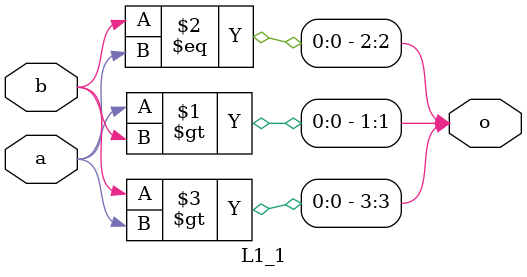
<source format=v>
module L1_1(input a,b,output [3:1] o);
  assign o = {(b>a),(b==a),(a>b)};
endmodule

</source>
